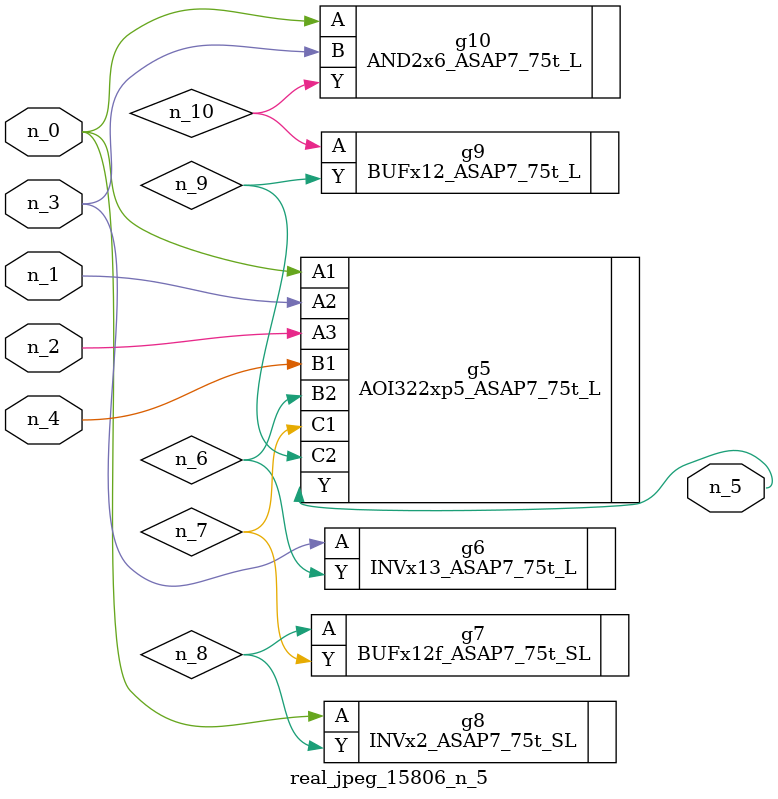
<source format=v>
module real_jpeg_15806_n_5 (n_4, n_0, n_1, n_2, n_3, n_5);

input n_4;
input n_0;
input n_1;
input n_2;
input n_3;

output n_5;

wire n_8;
wire n_6;
wire n_7;
wire n_10;
wire n_9;

AOI322xp5_ASAP7_75t_L g5 ( 
.A1(n_0),
.A2(n_1),
.A3(n_2),
.B1(n_4),
.B2(n_6),
.C1(n_7),
.C2(n_9),
.Y(n_5)
);

INVx2_ASAP7_75t_SL g8 ( 
.A(n_0),
.Y(n_8)
);

AND2x6_ASAP7_75t_L g10 ( 
.A(n_0),
.B(n_3),
.Y(n_10)
);

INVx13_ASAP7_75t_L g6 ( 
.A(n_3),
.Y(n_6)
);

BUFx12f_ASAP7_75t_SL g7 ( 
.A(n_8),
.Y(n_7)
);

BUFx12_ASAP7_75t_L g9 ( 
.A(n_10),
.Y(n_9)
);


endmodule
</source>
